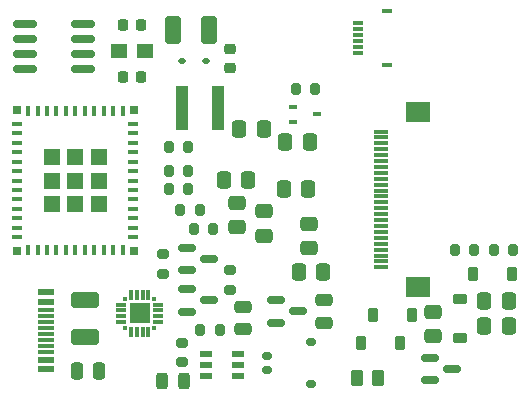
<source format=gtp>
G04 #@! TF.GenerationSoftware,KiCad,Pcbnew,7.0.1-3b83917a11~172~ubuntu22.04.1*
G04 #@! TF.CreationDate,2023-04-18T13:12:10+02:00*
G04 #@! TF.ProjectId,154-watch,3135342d-7761-4746-9368-2e6b69636164,rev?*
G04 #@! TF.SameCoordinates,Original*
G04 #@! TF.FileFunction,Paste,Top*
G04 #@! TF.FilePolarity,Positive*
%FSLAX46Y46*%
G04 Gerber Fmt 4.6, Leading zero omitted, Abs format (unit mm)*
G04 Created by KiCad (PCBNEW 7.0.1-3b83917a11~172~ubuntu22.04.1) date 2023-04-18 13:12:10*
%MOMM*%
%LPD*%
G01*
G04 APERTURE LIST*
G04 Aperture macros list*
%AMRoundRect*
0 Rectangle with rounded corners*
0 $1 Rounding radius*
0 $2 $3 $4 $5 $6 $7 $8 $9 X,Y pos of 4 corners*
0 Add a 4 corners polygon primitive as box body*
4,1,4,$2,$3,$4,$5,$6,$7,$8,$9,$2,$3,0*
0 Add four circle primitives for the rounded corners*
1,1,$1+$1,$2,$3*
1,1,$1+$1,$4,$5*
1,1,$1+$1,$6,$7*
1,1,$1+$1,$8,$9*
0 Add four rect primitives between the rounded corners*
20,1,$1+$1,$2,$3,$4,$5,0*
20,1,$1+$1,$4,$5,$6,$7,0*
20,1,$1+$1,$6,$7,$8,$9,0*
20,1,$1+$1,$8,$9,$2,$3,0*%
G04 Aperture macros list end*
%ADD10RoundRect,0.250000X-0.337500X-0.475000X0.337500X-0.475000X0.337500X0.475000X-0.337500X0.475000X0*%
%ADD11RoundRect,0.150000X-0.587500X-0.150000X0.587500X-0.150000X0.587500X0.150000X-0.587500X0.150000X0*%
%ADD12RoundRect,0.200000X-0.200000X-0.275000X0.200000X-0.275000X0.200000X0.275000X-0.200000X0.275000X0*%
%ADD13RoundRect,0.250000X0.475000X-0.250000X0.475000X0.250000X-0.475000X0.250000X-0.475000X-0.250000X0*%
%ADD14RoundRect,0.225000X0.225000X0.250000X-0.225000X0.250000X-0.225000X-0.250000X0.225000X-0.250000X0*%
%ADD15R,1.193800X0.304800*%
%ADD16R,2.006600X1.803400*%
%ADD17R,1.092200X3.708400*%
%ADD18R,0.406400X0.812800*%
%ADD19R,0.812800X0.406400*%
%ADD20R,1.447800X1.447800*%
%ADD21R,0.711200X0.711200*%
%ADD22RoundRect,0.225000X0.225000X0.375000X-0.225000X0.375000X-0.225000X-0.375000X0.225000X-0.375000X0*%
%ADD23RoundRect,0.243750X0.243750X0.456250X-0.243750X0.456250X-0.243750X-0.456250X0.243750X-0.456250X0*%
%ADD24RoundRect,0.250000X0.475000X-0.337500X0.475000X0.337500X-0.475000X0.337500X-0.475000X-0.337500X0*%
%ADD25RoundRect,0.150000X0.825000X0.150000X-0.825000X0.150000X-0.825000X-0.150000X0.825000X-0.150000X0*%
%ADD26R,1.450000X0.600000*%
%ADD27R,1.450000X0.300000*%
%ADD28RoundRect,0.112500X-0.187500X-0.112500X0.187500X-0.112500X0.187500X0.112500X-0.187500X0.112500X0*%
%ADD29R,1.422400X1.295400*%
%ADD30RoundRect,0.200000X0.200000X0.275000X-0.200000X0.275000X-0.200000X-0.275000X0.200000X-0.275000X0*%
%ADD31RoundRect,0.250000X-0.475000X0.337500X-0.475000X-0.337500X0.475000X-0.337500X0.475000X0.337500X0*%
%ADD32RoundRect,0.225000X-0.225000X-0.375000X0.225000X-0.375000X0.225000X0.375000X-0.225000X0.375000X0*%
%ADD33RoundRect,0.250000X-0.250000X-0.475000X0.250000X-0.475000X0.250000X0.475000X-0.250000X0.475000X0*%
%ADD34RoundRect,0.200000X-0.275000X0.200000X-0.275000X-0.200000X0.275000X-0.200000X0.275000X0.200000X0*%
%ADD35R,0.700000X0.450000*%
%ADD36RoundRect,0.250000X-0.412500X-0.925000X0.412500X-0.925000X0.412500X0.925000X-0.412500X0.925000X0*%
%ADD37RoundRect,0.225000X-0.250000X0.225000X-0.250000X-0.225000X0.250000X-0.225000X0.250000X0.225000X0*%
%ADD38RoundRect,0.250000X0.337500X0.475000X-0.337500X0.475000X-0.337500X-0.475000X0.337500X-0.475000X0*%
%ADD39RoundRect,0.225000X0.375000X-0.225000X0.375000X0.225000X-0.375000X0.225000X-0.375000X-0.225000X0*%
%ADD40R,0.812800X0.304800*%
%ADD41RoundRect,0.250000X0.262500X0.450000X-0.262500X0.450000X-0.262500X-0.450000X0.262500X-0.450000X0*%
%ADD42RoundRect,0.250000X-0.925000X0.412500X-0.925000X-0.412500X0.925000X-0.412500X0.925000X0.412500X0*%
%ADD43RoundRect,0.150000X0.275000X-0.150000X0.275000X0.150000X-0.275000X0.150000X-0.275000X-0.150000X0*%
%ADD44RoundRect,0.175000X0.225000X-0.175000X0.225000X0.175000X-0.225000X0.175000X-0.225000X-0.175000X0*%
%ADD45R,0.300000X0.300000*%
%ADD46R,0.900000X0.300000*%
%ADD47R,0.300000X0.900000*%
%ADD48R,1.800000X1.800000*%
%ADD49R,0.990600X0.558800*%
G04 APERTURE END LIST*
D10*
X102232500Y-52110000D03*
X104307500Y-52110000D03*
D11*
X113362500Y-59410000D03*
X113362500Y-61310000D03*
X115237500Y-60360000D03*
D12*
X115420000Y-50320000D03*
X117070000Y-50320000D03*
D13*
X97470000Y-56990000D03*
X97470000Y-55090000D03*
D12*
X93325000Y-48500000D03*
X94975000Y-48500000D03*
D14*
X88895000Y-35610000D03*
X87345000Y-35610000D03*
D15*
X109204400Y-51750001D03*
X109204400Y-51250000D03*
X109204400Y-50750001D03*
X109204400Y-50249999D03*
X109204400Y-49750000D03*
X109204400Y-49250001D03*
X109204400Y-48750000D03*
X109204400Y-48250001D03*
X109204400Y-47749999D03*
X109204400Y-47250000D03*
X109204400Y-46750001D03*
X109204400Y-46250000D03*
X109204400Y-45750000D03*
X109204400Y-45249999D03*
X109204400Y-44750000D03*
X109204400Y-44250001D03*
X109204400Y-43749999D03*
X109204400Y-43250000D03*
X109204400Y-42749999D03*
X109204400Y-42250000D03*
X109204400Y-41750001D03*
X109204400Y-41249999D03*
X109204400Y-40750000D03*
X109204400Y-40250001D03*
D16*
X112354399Y-53400000D03*
X112354399Y-38600000D03*
D17*
X95375000Y-38250000D03*
X92377800Y-38250000D03*
D13*
X104325000Y-56425000D03*
X104325000Y-54525000D03*
D12*
X91200000Y-43575000D03*
X92850000Y-43575000D03*
D18*
X79305100Y-50299998D03*
X80105101Y-50299998D03*
X80905100Y-50299998D03*
X81705101Y-50299998D03*
X82505099Y-50299998D03*
X83305100Y-50299998D03*
X84105101Y-50299998D03*
X84905099Y-50299998D03*
X85705100Y-50299998D03*
X86505099Y-50299998D03*
X87305100Y-50299998D03*
D19*
X88205100Y-49200001D03*
X88205100Y-48400000D03*
X88205100Y-47599999D03*
X88205100Y-46800000D03*
X88205100Y-45999999D03*
X88205100Y-45200001D03*
X88205100Y-44400000D03*
X88205100Y-43599999D03*
X88205100Y-42800001D03*
X88205100Y-42000000D03*
X88205100Y-41200001D03*
X88205100Y-40400000D03*
X88205100Y-39600002D03*
D18*
X87305100Y-38500002D03*
X86505099Y-38500002D03*
X85705100Y-38500002D03*
X84905099Y-38500002D03*
X84105101Y-38500002D03*
X83305100Y-38500002D03*
X82505099Y-38500002D03*
X81705101Y-38500002D03*
X80905100Y-38500002D03*
X80105101Y-38500002D03*
X79305100Y-38500002D03*
D19*
X78405100Y-39599999D03*
X78405100Y-40400000D03*
X78405100Y-41200001D03*
X78405100Y-42000000D03*
X78405100Y-42800001D03*
X78405100Y-43599999D03*
X78405100Y-44400000D03*
X78405100Y-45200001D03*
X78405100Y-45999999D03*
X78405100Y-46800000D03*
X78405100Y-47599999D03*
X78405100Y-48400000D03*
X78405100Y-49199998D03*
D20*
X83305100Y-44400000D03*
D21*
X78355100Y-38450000D03*
X88255100Y-38450000D03*
X88255100Y-50350000D03*
X78355100Y-50350000D03*
D20*
X81330100Y-42425000D03*
X83305100Y-42425000D03*
X85280100Y-42425000D03*
X85280100Y-44400000D03*
X85280100Y-46375000D03*
X83305100Y-46375000D03*
X81330100Y-46375000D03*
X81330100Y-44400000D03*
D10*
X95887500Y-44375000D03*
X97962500Y-44375000D03*
D22*
X110800000Y-58180000D03*
X107500000Y-58180000D03*
D23*
X92547500Y-61390000D03*
X90672500Y-61390000D03*
D12*
X91200000Y-45100000D03*
X92850000Y-45100000D03*
D10*
X100937500Y-45125000D03*
X103012500Y-45125000D03*
D12*
X101950000Y-36675000D03*
X103600000Y-36675000D03*
D24*
X103050000Y-50112500D03*
X103050000Y-48037500D03*
D25*
X83970000Y-34980000D03*
X83970000Y-33710000D03*
X83970000Y-32440000D03*
X83970000Y-31170000D03*
X79020000Y-31170000D03*
X79020000Y-32440000D03*
X79020000Y-33710000D03*
X79020000Y-34980000D03*
D11*
X92762500Y-53600000D03*
X92762500Y-55500000D03*
X94637500Y-54550000D03*
D26*
X80845000Y-53875000D03*
X80845000Y-54675000D03*
D27*
X80845000Y-55875000D03*
X80845000Y-56875000D03*
X80845000Y-57375000D03*
X80845000Y-58375000D03*
D26*
X80845000Y-59575000D03*
X80845000Y-60375000D03*
X80845000Y-60375000D03*
X80845000Y-59575000D03*
D27*
X80845000Y-58875000D03*
X80845000Y-57875000D03*
X80845000Y-56375000D03*
X80845000Y-55375000D03*
D26*
X80845000Y-54675000D03*
X80845000Y-53875000D03*
D28*
X92306250Y-34287500D03*
X94406250Y-34287500D03*
D29*
X89212200Y-33415000D03*
X87027800Y-33415000D03*
D12*
X118740000Y-50320000D03*
X120390000Y-50320000D03*
D24*
X113630000Y-57577500D03*
X113630000Y-55502500D03*
D30*
X95525000Y-57060000D03*
X93875000Y-57060000D03*
D31*
X97000000Y-46287500D03*
X97000000Y-48362500D03*
D32*
X108510000Y-55790000D03*
X111810000Y-55790000D03*
D33*
X83450000Y-60550000D03*
X85350000Y-60550000D03*
D34*
X90725000Y-50650000D03*
X90725000Y-52300000D03*
D35*
X101750000Y-38150000D03*
X101750000Y-39450000D03*
X103750000Y-38800000D03*
D36*
X91575000Y-31670000D03*
X94650000Y-31670000D03*
D37*
X96360000Y-33285000D03*
X96360000Y-34835000D03*
D38*
X120017500Y-54610000D03*
X117942500Y-54610000D03*
D39*
X115850000Y-57720000D03*
X115850000Y-54420000D03*
D11*
X100287500Y-54525000D03*
X100287500Y-56425000D03*
X102162500Y-55475000D03*
D30*
X92875000Y-41525000D03*
X91225000Y-41525000D03*
D40*
X107201000Y-31080000D03*
X107201000Y-31579999D03*
X107201000Y-32080001D03*
X107201000Y-32580000D03*
X107201000Y-33080001D03*
X107201000Y-33580000D03*
D19*
X109714122Y-34580001D03*
X109714122Y-30079999D03*
D34*
X96375000Y-51975000D03*
X96375000Y-53625000D03*
D30*
X93850000Y-46925000D03*
X92200000Y-46925000D03*
D41*
X108960000Y-61130000D03*
X107135000Y-61130000D03*
D42*
X84100000Y-54537500D03*
X84100000Y-57612500D03*
D43*
X99510000Y-60440000D03*
X99510000Y-59240000D03*
D44*
X103285000Y-61590000D03*
X103285000Y-58090000D03*
D34*
X92370000Y-58130000D03*
X92370000Y-59780000D03*
D11*
X92762500Y-50100000D03*
X92762500Y-52000000D03*
X94637500Y-51050000D03*
D45*
X87500000Y-54400000D03*
D46*
X87200000Y-54900000D03*
X87200000Y-55400000D03*
X87200000Y-55900000D03*
X87200000Y-56400000D03*
D45*
X87500000Y-56900000D03*
D47*
X88000000Y-57200000D03*
X88500000Y-57200000D03*
X89000000Y-57200000D03*
X89500000Y-57200000D03*
D45*
X90000000Y-56900000D03*
D46*
X90300000Y-56400000D03*
X90300000Y-55900000D03*
X90300000Y-55400000D03*
X90300000Y-54900000D03*
D45*
X90000000Y-54400000D03*
D47*
X89500000Y-54100000D03*
X89000000Y-54100000D03*
X88500000Y-54100000D03*
X88000000Y-54100000D03*
D48*
X88750000Y-55650000D03*
D31*
X99250000Y-46987500D03*
X99250000Y-49062500D03*
D10*
X101087500Y-41100000D03*
X103162500Y-41100000D03*
X117932500Y-56700000D03*
X120007500Y-56700000D03*
X97187500Y-40000000D03*
X99262500Y-40000000D03*
D32*
X117010000Y-52340000D03*
X120310000Y-52340000D03*
D14*
X88895000Y-31220000D03*
X87345000Y-31220000D03*
D49*
X97080000Y-60990002D03*
X97080000Y-60040001D03*
X97080000Y-59090000D03*
X94362200Y-59090000D03*
X94362200Y-60040001D03*
X94362200Y-60990002D03*
M02*

</source>
